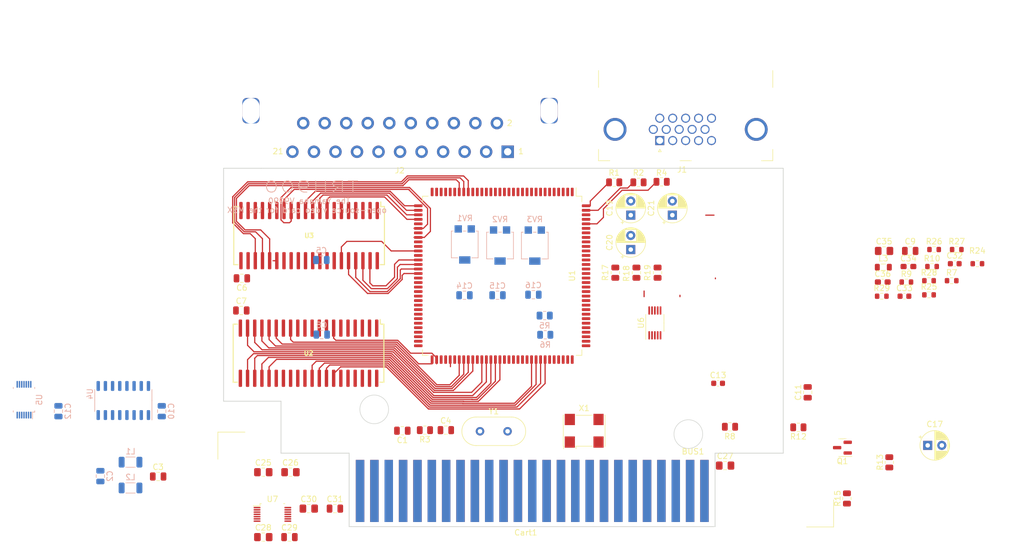
<source format=kicad_pcb>
(kicad_pcb (version 20211014) (generator pcbnew)
  (title_block (date "2022-08-08") (rev "0") (company "The Retro Hacker") (comment 2 "Shared under CERN-OHL-S license") (comment 3 "TRH9000 - Open Source MSX Graphics Card based on the Yamaha V9990") (comment 4 "Designed  by: Cristiano Goncalves"))
  (layers (0 "F.Cu" signal) (31 "B.Cu" signal) (34 "B.Paste" user) (35 "F.Paste" user) (36 "B.SilkS" user "B.Silkscreen") (37 "F.SilkS" user "F.Silkscreen") (38 "B.Mask" user) (39 "F.Mask" user) (44 "Edge.Cuts" user))
  (net 0 "")
  (net 1 "GND")
  (net 2 "+5VA")
  (net 3 "GNDA")
  (net 4 "+5V")
  (net 5 "Net-(C17-Pad1)")
  (net 6 "Net-(C17-Pad2)")
  (net 7 "Net-(C19-Pad1)")
  (net 8 "/VIDEO/ROUT")
  (net 9 "Net-(C20-Pad1)")
  (net 10 "/VIDEO/GOUT")
  (net 11 "Net-(C21-Pad1)")
  (net 12 "/VIDEO/BOUT")
  (net 18 "/~{CS1}")
  (net 19 "/~{CS12}")
  (net 21 "/~{WAIT}")
  (net 22 "/~{M1}")
  (net 23 "/~{RESET}")
  (net 24 "/A9")
  (net 25 "/A11")
  (net 26 "/A7")
  (net 27 "/A12")
  (net 28 "/A14")
  (net 29 "/A1")
  (net 30 "/A3")
  (net 31 "/A5")
  (net 32 "/D1")
  (net 33 "/D3")
  (net 34 "/D5")
  (net 35 "/D7")
  (net 36 "-12V")
  (net 37 "+12V")
  (net 38 "/SW2")
  (net 39 "/SW1")
  (net 40 "/D6")
  (net 41 "/D4")
  (net 42 "/D2")
  (net 43 "/D0")
  (net 44 "/A4")
  (net 45 "/A2")
  (net 46 "/A0")
  (net 47 "/A13")
  (net 48 "/A8")
  (net 49 "/A6")
  (net 50 "/A10")
  (net 51 "/A15")
  (net 52 "/~{IORQ}")
  (net 53 "/~{WR}")
  (net 55 "/~{RD}")
  (net 56 "/~{MERQ}")
  (net 57 "Net-(Q1-Pad1)")
  (net 58 "/VDP/~{CSYNC}")
  (net 59 "/VDP/R")
  (net 60 "/VDP/G")
  (net 61 "/VDP/B")
  (net 62 "/VDP/~{VDPW}")
  (net 63 "/VDP/~{VDPR}")
  (net 73 "/VDP/V0A8")
  (net 74 "/VDP/V0A7")
  (net 75 "/VDP/V0A6")
  (net 76 "/VDP/V0A5")
  (net 77 "/VDP/V0A4")
  (net 78 "/VDP/V0A3")
  (net 79 "/VDP/V0A2")
  (net 80 "/VDP/V0A1")
  (net 81 "/VDP/V0A0")
  (net 82 "/VDP/V0D7")
  (net 83 "/VDP/V0D6")
  (net 84 "/VDP/V0D5")
  (net 85 "/VDP/V0D4")
  (net 86 "/VDP/V0D3")
  (net 87 "/VDP/V0D2")
  (net 88 "/VDP/V0D1")
  (net 89 "/VDP/V0D0")
  (net 91 "/VDP/V0S7")
  (net 92 "/VDP/V0S6")
  (net 93 "/VDP/V0S5")
  (net 94 "/VDP/V0S4")
  (net 95 "/VDP/V0S3")
  (net 96 "/VDP/V0S2")
  (net 97 "/VDP/V0S1")
  (net 98 "/VDP/V0S0")
  (net 99 "/VDP/V1S7")
  (net 100 "/VDP/V1S6")
  (net 101 "/VDP/V1S5")
  (net 102 "/VDP/V1S4")
  (net 103 "/VDP/V1S3")
  (net 104 "/VDP/V1S2")
  (net 105 "/VDP/V1S1")
  (net 106 "/VDP/V1S0")
  (net 107 "unconnected-(U1-Pad69)")
  (net 109 "/VDP/V1A8")
  (net 110 "/VDP/V1A7")
  (net 111 "/VDP/V1A6")
  (net 112 "/VDP/V1A5")
  (net 113 "/VDP/V1A4")
  (net 114 "/VDP/V1A3")
  (net 115 "/VDP/V1A2")
  (net 116 "/VDP/V1A1")
  (net 117 "/VDP/V1A0")
  (net 118 "/VDP/V1D0")
  (net 119 "/VDP/V1D1")
  (net 120 "/VDP/V1D2")
  (net 121 "/VDP/V1D3")
  (net 122 "/VDP/V1D4")
  (net 123 "/VDP/V1D5")
  (net 124 "/VDP/V1D6")
  (net 125 "/VDP/V1D7")
  (net 137 "unconnected-(U3-Pad26)")
  (net 152 "/~{BUSDIR}")
  (net 153 "/~{CS2}")
  (net 154 "/~{SLTSL}")
  (net 155 "/~{RFSH}")
  (net 156 "/~{INT}")
  (net 157 "/VDP/X1")
  (net 158 "/VDP/X2")
  (net 159 "/VDP/VMREQ")
  (net 160 "/VDP/HRESET")
  (net 161 "/VDP/VRESET")
  (net 162 "/VDP/MCKIN")
  (net 163 "Net-(U4-Pad9)")
  (net 164 "/SYS_CLK")
  (net 165 "Net-(C9-Pad1)")
  (net 166 "GND1")
  (net 167 "/VIDEO/RO")
  (net 168 "/VIDEO/RIN")
  (net 169 "/VIDEO/GO")
  (net 170 "/VIDEO/GIN")
  (net 171 "/VIDEO/BO")
  (net 172 "/VIDEO/BIN")
  (net 173 "Net-(C32-Pad1)")
  (net 174 "/VIDEO/SYNCIN")
  (net 175 "Net-(J1-PadSH)")
  (net 179 "/VIDEO/+12V-1K")
  (net 182 "/VIDEO/2.5V")
  (net 184 "/SCIN")
  (net 185 "/VIDEO/CSYNCO")
  (net 186 "Net-(R24-Pad2)")
  (net 187 "/VIDEO/HSYNC")
  (net 188 "Net-(R25-Pad2)")
  (net 189 "/VIDEO/VSYNC")
  (net 190 "Net-(R26-Pad2)")
  (net 191 "/VDP/~{V0_RAS}")
  (net 192 "/VDP/~{V0_CAS}")
  (net 193 "/VDP/~{V0_WE}")
  (net 194 "/VDP/~{V0_TR}")
  (net 195 "/VDP/~{V0_SC}")
  (net 196 "/VDP/~{VO_SOE}")
  (net 197 "/VDP/~{V1_RAS}")
  (net 198 "/VDP/~{V1_CAS}")
  (net 199 "/VDP/~{V1_WE}")
  (net 200 "/VDP/~{V1_TR}")
  (net 201 "/VDP/~{V1_SC}")
  (net 202 "/VDP/~{V1_SOE}")
  (footprint "trh9000:Texas_R-PDSO-G14_3.6x4.4mm" (layer "F.Cu") (at 106.91 124.82)
    (fp_text reference "U7")
    (fp_text value "T.I_SN74AHCT32D")
  )
  (footprint "Capacitor_SMD:C_0603_1608Metric" (layer "F.Cu") (at 218.78 86.17)
    (fp_text reference "C33")
    (fp_text value "47pF")
  )
  (footprint "Capacitor_SMD:C_0603_1608Metric_Pad1.08x0.95mm_HandSolder" (layer "F.Cu") (at 219.49 80.91)
    (fp_text reference "C34")
    (fp_text value "C_CL10B104KB8NNNL")
  )
  (footprint "Capacitor_SMD:C_0603_1608Metric_Pad1.08x0.95mm_HandSolder" (layer "F.Cu") (at 214.94 83.66)
    (fp_text reference "C36")
    (fp_text value "C_CL10B104KB8NNNL")
  )
  (footprint "Resistor_SMD:R_0603_1608Metric" (layer "F.Cu") (at 224.03 77.9)
    (fp_text reference "R26")
    (fp_text value "100")
  )
  (footprint "Resistor_SMD:R_0805_2012Metric" (layer "F.Cu") (at 175.08 82 -90)
    (fp_text reference "R19")
    (fp_text value "75R")
  )
  (footprint "Package_SO:VSSOP-10_3x3mm_P0.5mm" (layer "F.Cu") (at 174.6 90.9 90)
    (fp_text reference "U6")
    (fp_text value "LMH1980")
  )
  (footprint "Capacitor_SMD:C_0603_1608Metric" (layer "F.Cu") (at 227.68 80.41)
    (fp_text reference "C32")
    (fp_text value "47pF")
  )
  (footprint "Capacitor_THT:CP_Radial_D5.0mm_P2.50mm" (layer "F.Cu") (at 170.334 77.905113 90)
    (fp_text reference "C20")
    (fp_text value "220uF")
  )
  (footprint "Resistor_SMD:R_0805_2012Metric" (layer "F.Cu") (at 171.7 66 180)
    (fp_text reference "R2")
    (fp_text value "4K7")
  )
  (footprint "Capacitor_SMD:C_0805_2012Metric_Pad1.18x1.45mm_HandSolder" (layer "F.Cu") (at 105.29 117.35)
    (fp_text reference "C25")
    (fp_text value "C_CL21B105KBFNNNF")
  )
  (footprint "Capacitor_SMD:C_0805_2012Metric" (layer "F.Cu") (at 86.678888 118.11)
    (fp_text reference "C3")
    (fp_text value "C_GRM21BR61A476ME15K")
  )
  (footprint "Capacitor_SMD:C_0805_2012Metric_Pad1.18x1.45mm_HandSolder" (layer "F.Cu") (at 110.1 117.35)
    (fp_text reference "C26")
    (fp_text value "C_CL21B105KBFNNNF")
  )
  (footprint "Capacitor_SMD:C_0805_2012Metric" (layer "F.Cu") (at 219.8 78.15)
    (fp_text reference "C9")
    (fp_text value "47pF")
  )
  (footprint "Capacitor_SMD:C_0805_2012Metric_Pad1.18x1.45mm_HandSolder" (layer "F.Cu") (at 113.34 123.8)
    (fp_text reference "C30")
    (fp_text value "C_CL21B105KBFNNNF")
  )
  (footprint "Resistor_SMD:R_0603_1608Metric" (layer "F.Cu") (at 228.04 77.9)
    (fp_text reference "R27")
    (fp_text value "100")
  )
  (footprint "Capacitor_SMD:C_0603_1608Metric" (layer "F.Cu") (at 185.794888 101.6)
    (fp_text reference "C13")
    (fp_text value "C_GRM188D71A106KA73D")
  )
  (footprint "LRJ:SCART-21_Female_Horizontal_P1.905x2.54mm_EdgePinOffset10.7mm" (layer "F.Cu") (at 129.5 44.8)
    (fp_text reference "J2")
    (fp_text value "Console5_SCART")
  )
  (footprint "Resistor_SMD:R_0805_2012Metric" (layer "F.Cu") (at 167.4 66 180)
    (fp_text reference "R1")
    (fp_text value "4K7")
  )
  (footprint "Capacitor_SMD:C_0805_2012Metric" (layer "F.Cu") (at 101.4 88.7)
    (fp_text reference "C7")
    (fp_text value "C_CC0805JPX7R9BB104")
  )
  (footprint "Capacitor_THT:CP_Radial_D5.0mm_P2.50mm" (layer "F.Cu") (at 170.334 71.809113 90)
    (fp_text reference "C19")
    (fp_text value "220uF")
  )
  (footprint "Inductor_SMD:L_0805_2012Metric" (layer "F.Cu") (at 215.04 81.03)
    (fp_text reference "L3")
    (fp_text value "L_MLZ2012M4R7HT000")
  )
  (footprint "Capacitor_SMD:C_0805_2012Metric" (layer "F.Cu") (at 129.9 110 180)
    (fp_text reference "C1")
    (fp_text value "27pF")
  )
  (footprint "Resistor_SMD:R_0603_1608Metric" (layer "F.Cu") (at 223.13 85.93)
    (fp_text reference "R25")
    (fp_text value "100")
  )
  (footprint "Resistor_SMD:R_0805_2012Metric" (layer "F.Cu") (at 171.34 82 -90)
    (fp_text reference "R18")
    (fp_text value "75R")
  )
  (footprint "LRJ:R_0603_1608Metric_roundcourt" (layer "F.Cu") (at 231.69 80.41)
    (fp_text reference "R24")
    (fp_text value "R_RC0603FR-0710KL")
  )
  (footprint "Crystal:Crystal_HC49-U_Vertical" (layer "F.Cu") (at 143.65 110.1)
    (fp_text reference "Y1")
    (fp_text value "21.47727Mhz")
  )
  (footprint "Capacitor_SMD:C_0805_2012Metric" (layer "F.Cu") (at 117.97 123.8)
    (fp_text reference "C31")
    (fp_text value "C_CC0805JPX7R9BB104")
  )
  (footprint "trh9000:msx_cartridge" (layer "F.Cu") (at 152.9 120.8)
    (fp_text reference "BUS1")
    (fp_text value "MSX_SLOT_EDGE-CON")
  )
  (footprint "Resistor_SMD:R_0805_2012Metric" (layer "F.Cu") (at 175.8 65.9 180)
    (fp_text reference "R4")
    (fp_text value "4K7")
  )
  (footprint "Resistor_SMD:R_0603_1608Metric" (layer "F.Cu") (at 227.14 83.42)
    (fp_text reference "R7")
    (fp_text value "R_ERJ-3GEYJ105V")
  )
  (footprint "trh9000:LQFP-128_28x28mm_P0.8mm" (layer "F.Cu") (at 147.574 82.55 -90)
    (fp_text reference "U1")
    (fp_text value "V9990")
  )
  (footprint "Resistor_SMD:R_0805_2012Metric" (layer "F.Cu") (at 216.1 115.6 90)
    (fp_text reference "R13")
    (fp_text value "100R")
  )
  (footprint "Resistor_SMD:R_0805_2012Metric" (layer "F.Cu") (at 187.9 109.3)
    (fp_text reference "R8")
    (fp_text value "2K2")
  )
  (footprint "Capacitor_SMD:C_0805_2012Metric_Pad1.18x1.45mm_HandSolder" (layer "F.Cu") (at 215.17 78.15)
    (fp_text reference "C35")
    (fp_text value "C_GRM21BR71A106KA73K")
  )
  (footprint "trh9000:SOJ-40_400mil" (layer "F.Cu") (at 113.3 96.266 -90)
    (fp_text reference "U2")
    (fp_text value "KM428C256")
  )
  (footprint "Capacitor_SMD:C_0805_2012Metric_Pad1.18x1.45mm_HandSolder" (layer "F.Cu") (at 187.035 116.178)
    (fp_text reference "C27")
    (fp_text value "C_CL21B105KBFNNNF")
  )
  (footprint "Capacitor_SMD:C_0805_2012Metric" (layer "F.Cu") (at 201.65 103.2 90)
    (fp_text reference "C11")
    (fp_text value "C_CC0805JPX7R9BB104")
  )
  (footprint "Resistor_SMD:R_0805_2012Metric" (layer "F.Cu") (at 200 109.4 180)
    (fp_text reference "R12")
    (fp_text value "1K")
  )
  (footprint "Package_TO_SOT_SMD:SOT-23" (layer "F.Cu") (at 207.8 113 180)
    (fp_text reference "Q1")
    (fp_text value "BC817")
  )
  (footprint "Oscillator:Oscillator_SMD_Abracon_ASV-4Pin_7.0x5.1mm" (layer "F.Cu") (at 162.09 110.01)
    (fp_text reference "X1")
    (fp_text value "Crystek_CE3291")
  )
  (footprint "Resistor_SMD:R_0805_2012Metric" (layer "F.Cu") (at 167.6 82 -90)
    (fp_text reference "R17")
    (fp_text value "75R")
  )
  (footprint "Resistor_SMD:R_0603_1608Metric" (layer "F.Cu") (at 219.12 83.66)
    (fp_text reference "R9")
    (fp_text value "75")
  )
  (footprint "trh9000:MSX-cart-dummy" (layer "F.Cu") (at 151.75 118.65)
    (fp_text reference "Cart1")
    (fp_text value "MSX-cartridge_dummy")
  )
  (footprint "Resistor_SMD:R_0805_2012Metric" (layer "F.Cu") (at 133.9 109.9 180)
    (fp_text reference "R3")
    (fp_text value "10M")
  )
  (footprint "Resistor_SMD:R_0603_1608Metric" (layer "F.Cu") (at 223.13 83.42)
    (fp_text reference "R28")
    (fp_text value "100")
  )
  (footprint "Resistor_SMD:R_0603_1608Metric" (layer "F.Cu") (at 214.77 86.17)
    (fp_text reference "R29")
    (fp_text value "1k")
  )
  (footprint "Capacitor_SMD:C_0805_2012Metric_Pad1.18x1.45mm_HandSolder" (layer "F.Cu") (at 105.29 128.85)
    (fp_text reference "C28")
    (fp_text value "C_CL21B105KBFNNNF")
  )
  (footprint "Resistor_SMD:R_0603_1608Metric" (layer "F.Cu") (at 223.67 80.91)
    (fp_text reference "R10")
    (fp_text value "100")
  )
  (footprint "trh9000:SOJ-40_400mil" (layer "F.Cu") (at 113.4 75.438 -90)
    (fp_text reference "U3")
    (fp_text value "KM428C256")
  )
  (footprint "Capacitor_SMD:C_0805_2012Metric" (layer "F.Cu") (at 109.92 128.85)
    (fp_text reference "C29")
    (fp_text value "C_CC0805JPX7R9BB104")
  )
  (footprint "LRJ:DSUB-Amphenol_L77HDE15SD1CH4RHNVGA" (layer "F.Cu") (at 180.05 51.05 180)
    (fp_text reference "J1")
    (fp_text value "RGB")
  )
  (footprint "Capacitor_THT:CP_Radial_D5.0mm_P2.50mm" (layer "F.Cu") (at 177.7 71.809113 90)
    (fp_text reference "C21")
    (fp_text value "220uF")
  )
  (footprint "Resistor_SMD:R_0805_2012Metric" (layer "F.Cu") (at 208.6 122 90)
    (fp_text reference "R15")
    (fp_text value "220R")
  )
  (footprint "Capacitor_SMD:C_0805_2012Metric" (layer "F.Cu") (at 101.5 83 180)
    (fp_text reference "C6")
    (fp_text value "10nF")
  )
  (footprint "Capacitor_SMD:C_0805_2012Metric" (layer "F.Cu") (at 137.6 109.9)
    (fp_text reference "C4")
    (fp_text value "27pF")
  )
  (footprint "Capacitor_THT:CP_Radial_D5.0mm_P2.50mm" (layer "F.Cu") (at 222.894888 112.6)
    (fp_text reference "C17")
    (fp_text value "220uF")
  )
  (footprint "trh9000:Texas_R-PDSO-G14_3.6x4.4mm" (layer "B.Cu") (at 62.935 104.507 90)
    (fp_text reference "U5")
    (fp_text value "T.I_SN74AHCT32D")
  )
  (footprint "Potentiometer_SMD:Potentiometer_Bourns_3314G_Vertical" (layer "B.Cu") (at 140.95 77 180)
    (fp_text reference "RV1")
    (fp_text value "500R")
  )
  (footprint "Potentiometer_SMD:Potentiometer_Bourns_3314G_Vertical" (layer "B.Cu") (at 147.2 77.19 180)
    (fp_text reference "RV2")
    (fp_text value "500R")
  )
  (footprint "Inductor_SMD:L_1206_3216Metric" (layer "B.Cu") (at 81.788 120.142 180)
    (fp_text reference "L2")
    (fp_text value "4.7uH")
  )
  (footprint "Potentiometer_SMD:Potentiometer_Bourns_3314G_Vertical" (layer "B.Cu") (at 153.35 77.2 180)
    (fp_text reference "RV3")
    (fp_text value "500R")
  )
  (footprint "Capacitor_SMD:C_0805_2012Metric" (layer "B.Cu") (at 115.636 92.964 180)
    (fp_text reference "C8")
    (fp_text value "10nF")
  )
  (footprint "Package_SO:SO-16_3.9x9.9mm_P1.27mm" (layer "B.Cu") (at 80.518 104.648 90)
    (fp_text reference "U4" hide)
    (fp_text value "74VHC138")
  )
  (footprint "Capacitor_SMD:C_0805_2012Metric" (layer "B.Cu") (at 87.319 106.539 90)
    (fp_text reference "C10")
    (fp_text value "C_CC0805JPX7R9BB104")
  )
  (footprint "Inductor_SMD:L_1206_3216Metric" (layer "B.Cu") (at 81.788 115.57 180)
    (fp_text reference "L1")
    (fp_text value "4.7uH")
  )
  (footprint "Resistor_SMD:R_0805_2012Metric" (layer "B.Cu") (at 155.2 93 180)
    (fp_text reference "R6")
    (fp_text value "4K7")
  )
  (footprint "Capacitor_SMD:C_0805_2012Metric" (layer "B.Cu") (at 115.57 79.756 180)
    (fp_text reference "C5")
    (fp_text value "C_CC0805JPX7R9BB104")
  )
  (footprint "Capacitor_SMD:C_0805_2012Metric" (layer "B.Cu") (at 76.454 118.044 90)
    (fp_text reference "C2")
    (fp_text value "100nF" hide)
  )
  (footprint "Capacitor_SMD:C_0805_2012Metric" (layer "B.Cu") (at 153.1 85.9 180)
    (fp_text reference "C16")
    (fp_text value "100nF")
  )
  (footprint "Capacitor_SMD:C_0805_2012Metric" (layer "B.Cu") (at 146.75 86 180)
    (fp_text reference "C15")
    (fp_text value "100nF")
  )
  (footprint "Capacitor_SMD:C_0805_2012Metric" (layer "B.Cu") (at 140.9 86 180)
    (fp_text reference "C14")
    (fp_text value "100nF")
  )
  (footprint "Resistor_SMD:R_0805_2012Metric" (layer "B.Cu") (at 155.1 89.6 180)
    (fp_text reference "R5")
    (fp_text value "4K7")
  )
  (footprint "Capacitor_SMD:C_0805_2012Metric" (layer "B.Cu") (at 69.031 106.539 90)
    (fp_text reference "C12")
    (fp_text value "C_CC0805JPX7R9BB104")
  )
  (gr_line (start 108.42625 104.775) (end 108.42625 113.9825) (layer "Edge.Cuts") (width 0.127))
  (gr_line (start 104.93375 63.5) (end 98.26625 63.5) (layer "Edge.Cuts") (width 0.127))
  (gr_line (start 197.32625 113.9825) (end 197.32625 63.5) (layer "Edge.Cuts") (width 0.127))
  (gr_line (start 98.26625 63.5) (end 98.26625 68.8975) (layer "Edge.Cuts") (width 0.127))
  (gr_line (start 120.49125 113.9825) (end 120.49125 127) (layer "Edge.Cuts") (width 0.127))
  (gr_line (start 98.26625 104.775) (end 108.42625 104.775) (layer "Edge.Cuts") (width 0.127))
  (gr_circle (center 124.92625 106.221) (end 127.46625 106.221) (layer "Edge.Cuts") (width 0.1) (fill none))
  (gr_line (start 120.49125 127) (end 120.80875 127) (layer "Edge.Cuts") (width 0.127))
  (gr_line (start 185.26125 127) (end 185.26125 113.9825) (layer "Edge.Cuts") (width 0.127))
  (gr_line (start 98.26625 68.8975) (end 98.26625 104.775) (layer "Edge.Cuts") (width 0.127))
  (gr_line (start 197.32625 63.5) (end 104.93375 63.5) (layer "Edge.Cuts") (width 0.127))
  (gr_line (start 108.42625 113.9825) (end 120.49125 113.9825) (layer "Edge.Cuts") (width 0.127))
  (gr_line (start 120.80875 127) (end 185.26125 127) (layer "Edge.Cuts") (width 0.127))
  (gr_line (start 185.26125 113.9825) (end 197.32625 113.9825) (layer "Edge.Cuts") (width 0.127))
  (gr_circle (center 180.52625 110.6) (end 183.06625 110.6) (layer "Edge.Cuts") (width 0.1) (fill none))
  (gr_text "TRH900" (at 113.792 66.802) (layer "B.SilkS") (effects (font (size 2 3)) (justify mirror)))
  (gr_text "The Yamaha V9990 \nopen-source video card for the MSX" (at 113.03 70.104) (layer "B.SilkS") (effects (font (size 1 1)) (justify mirror)))
  (segment (start 185.32 83.08) (end 185.32 82.9465) (width 0.21) (layer "F.Cu") (net 0))
  (segment (start 179.045 86.25) (end 179.045 86.000956) (width 0.21) (layer "F.Cu") (net 0))
  (segment (start 172.695 86.25) (end 172.695 85.251) (width 0.21) (layer "F.Cu") (net 0))
  (segment (start 183.606887 71.809113) (end 185.066 71.809113) (width 0.21) (layer "F.Cu") (net 3))
  (segment (start 166.4875 66) (end 163.174 69.3135) (width 0.21) (layer "F.Cu") (net 21))
  (segment (start 163.174 69.3135) (end 163.174 70.15) (width 0.21) (layer "F.Cu") (net 21))
  (segment (start 141.574 65.69) (end 141.574 66.95) (width 0.21) (layer "F.Cu") (net 79))
  (segment (start 99.871961 73.175123) (end 99.871962 68.556874) (width 0.21) (layer "F.Cu") (net 79))
  (segment (start 103.875 79.883) (end 103.875 75.978) (width 0.21) (layer "F.Cu") (net 79))
  (segment (start 140.746961 64.862961) (end 141.574 65.69) (width 0.21) (layer "F.Cu") (net 79))
  (segment (start 103.875 75.978) (end 102.988039 75.091039) (width 0.21) (layer "F.Cu") (net 79))
  (segment (start 99.871962 68.556874) (end 102.524992 65.903844) (width 0.21) (layer "F.Cu") (net 79))
  (segment (start 102.524992 65.903844) (end 129.745992 65.903844) (width 0.21) (layer "F.Cu") (net 79))
  (segment (start 129.745992 65.903844) (end 130.786875 64.862961) (width 0.21) (layer "F.Cu") (net 79))
  (segment (start 102.988039 75.091039) (end 101.787874 75.091038) (width 0.21) (layer "F.Cu") (net 79))
  (segment (start 101.787874 75.091038) (end 99.871961 73.175123) (width 0.21) (layer "F.Cu") (net 79))
  (segment (start 130.786875 64.862961) (end 140.746961 64.862961) (width 0.21) (layer "F.Cu") (net 79))
  (segment (start 105.145 75.978) (end 103.923519 74.756519) (width 0.21) (layer "F.Cu") (net 80))
  (segment (start 101.926437 74.756519) (end 101.066459 73.896541) (width 0.21) (layer "F.Cu") (net 80))
  (segment (start 140.127481 65.197481) (end 140.774 65.844) (width 0.21) (layer "F.Cu") (net 80))
  (segment (start 103.923519 74.756519) (end 101.926437 74.756519) (width 0.21) (layer "F.Cu") (net 80))
  (segment (start 100.20648 73.036562) (end 100.206481 68.695437) (width 0.21) (layer "F.Cu") (net 80))
  (segment (start 130.925437 65.197481) (end 140.127481 65.197481) (width 0.21) (layer "F.Cu") (net 80))
  (segment (start 100.206481 68.695437) (end 102.663554 66.238364) (width 0.21) (layer "F.Cu") (net 80))
  (segment (start 101.066459 73.896541) (end 100.20648 73.036562) (width 0.21) (layer "F.Cu") (net 80))
  (segment (start 105.145 79.883) (end 105.145 75.978) (width 0.21) (layer "F.Cu") (net 80))
  (segment (start 129.884554 66.238364) (end 130.925437 65.197481) (width 0.21) (layer "F.Cu") (net 80))
  (segment (start 140.774 65.844) (end 140.774 66.95) (width 0.21) (layer "F.Cu") (net 80))
  (segment (start 102.663554 66.238364) (end 129.884554 66.238364) (width 0.21) (layer "F.Cu") (net 80))
  (segment (start 101.066459 73.896541) (end 100.829918 73.66) (width 0.21) (layer "F.Cu") (net 80))
  (segment (start 102.802116 66.572884) (end 130.023116 66.572884) (width 0.21) (layer "F.Cu") (net 81))
  (segment (start 131.064 65.532) (end 139.446 65.532) (width 0.21) (layer "F.Cu") (net 81))
  (segment (start 100.541 68.834) (end 102.802116 66.572884) (width 0.21) (layer "F.Cu") (net 81))
  (segment (start 106.415 79.883) (end 106.415 76.012918) (width 0.21) (layer "F.Cu") (net 81))
  (segment (start 104.824082 74.422) (end 102.065 74.422) (width 0.21) (layer "F.Cu") (net 81))
  (segment (start 130.023116 66.572884) (end 131.064 65.532) (width 0.21) (layer "F.Cu") (net 81))
  (segment (start 106.415 76.012918) (end 104.824082 74.422) (width 0.21) (layer "F.Cu") (net 81))
  (segment (start 102.065 74.422) (end 100.541 72.898) (width 0.21) (layer "F.Cu") (net 81))
  (segment (start 139.446 65.532) (end 139.974 66.06) (width 0.21) (layer "F.Cu") (net 81))
  (segment (start 139.974 66.06) (end 139.974 66.95) (width 0.21) (layer "F.Cu") (net 81))
  (segment (start 100.541 72.898) (end 100.541 68.834) (width 0.21) (layer "F.Cu") (net 81))
  (segment (start 112.765 70.993) (end 112.765 69.31) (width 0.21) (layer "F.Cu") (net 86))
  (segment (start 130.313082 70.15) (end 131.974 70.15) (width 0.21) (layer "F.Cu") (net 86))
  (segment (start 112.765 69.31) (end 114.498558 67.576442) (width 0.21) (layer "F.Cu") (net 86))
  (segment (start 127.739525 67.576443) (end 130.313082 70.15) (width 0.21) (layer "F.Cu") (net 86))
  (segment (start 114.498558 67.576442) (end 127.739525 67.576443) (width 0.21) (layer "F.Cu") (net 86))
  (segment (start 115.434038 67.910962) (end 127.600962 67.910962) (width 0.21) (layer "F.Cu") (net 87))
  (segment (start 130.64 70.95) (end 131.974 70.95) (width 0.21) (layer "F.Cu") (net 87))
  (segment (start 114.035 70.993) (end 114.035 69.31) (width 0.21) (layer "F.Cu") (net 87))
  (segment (start 127.600962 67.910962) (end 130.64 70.95) (width 0.21) (layer "F.Cu") (net 87))
  (segment (start 114.035 69.31) (end 115.434038 67.910962) (width 0.21) (layer "F.Cu") (net 87))
  (segment (start 115.861519 68.245481) (end 127.173481 68.245481) (width 0.21) (layer "F.Cu") (net 88))
  (segment (start 130.678 71.75) (end 131.974 71.75) (width 0.21) (layer "F.Cu") (net 88))
  (segment (start 127.173481 68.245481) (end 130.678 71.75) (width 0.21) (layer "F.Cu") (net 88))
  (segment (start 115.305 70.993) (end 115.305 68.802) (width 0.21) (layer "F.Cu") (net 88))
  (segment (start 115.305 68.802) (end 115.861519 68.245481) (width 0.21) (layer "F.Cu") (net 88))
  (segment (start 116.575 70.993) (end 116.575 69.056) (width 0.21) (layer "F.Cu") (net 89))
  (segment (start 126.746 68.58) (end 130.716 72.55) (width 0.21) (layer "F.Cu") (net 89))
  (segment (start 130.716 72.55) (end 131.974 72.55) (width 0.21) (layer "F.Cu") (net 89))
  (segment (start 117.051 68.58) (end 126.746 68.58) (width 0.21) (layer "F.Cu") (net 89))
  (segment (start 116.575 69.056) (end 117.051 68.58) (width 0.21) (layer "F.Cu") (net 89))
  (segment (start 124.671 84.328) (end 127 84.328) (width 0.21) (layer "F.Cu") (net 91))
  (segment (start 124.163 80.705722) (end 124.163 83.82) (width 0.21) (layer "F.Cu") (net 91))
  (segment (start 124.195 80.673722) (end 124.163 80.705722) (width 0.21) (layer "F.Cu") (net 91))
  (segment (start 124.163 83.82) (end 124.671 84.328) (width 0.21) (layer "F.Cu") (net 91))
  (segment (start 127 84.328) (end 128.524 82.804) (width 0.21) (layer "F.Cu") (net 91))
  (segment (start 124.195 79.883) (end 124.195 80.673722) (width 0.21) (layer "F.Cu") (net 91))
  (segment (start 128.524 82.804) (end 128.524 80.518) (width 0.21) (layer "F.Cu") (net 91))
  (segment (start 128.524 80.518) (end 129.292 79.75) (width 0.21) (layer "F.Cu") (net 91))
  (segment (start 129.292 79.75) (end 131.974 79.75) (width 0.21) (layer "F.Cu") (net 91))
  (segment (start 127.254 84.836) (end 129.032 83.058) (width 0.21) (layer "F.Cu") (net 92))
  (segment (start 129.032 83.058) (end 129.032 81.026) (width 0.21) (layer "F.Cu") (net 92))
  (segment (start 122.925 79.883) (end 122.925 83.344) (width 0.21) (layer "F.Cu") (net 92))
  (segment (start 122.925 83.344) (end 124.417 84.836) (width 0.21) (layer "F.Cu") (net 92))
  (segment (start 129.508 80.55) (end 131.974 80.55) (width 0.21) (layer "F.Cu") (net 92))
  (segment (start 124.417 84.836) (end 127.254 84.836) (width 0.21) (layer "F.Cu") (net 92))
  (segment (start 129.032 81.026) (end 129.508 80.55) (width 0.21) (layer "F.Cu") (net 92))
  (segment (start 121.655 82.836) (end 124.163 85.344) (width 0.21) (layer "F.Cu") (net 93))
  (segment (start 127.254 85.344) (end 129.54 83.058) (width 0.21) (layer "F.Cu") (net 93))
  (segment (start 124.163 85.344) (end 127.254 85.344) (width 0.21) (layer "F.Cu") (net 93))
  (segment (start 129.724 81.35) (end 131.974 81.35) (width 0.21) (layer "F.Cu") (net 93))
  (segment (start 121.655 79.883) (end 121.655 82.836) (width 0.21) (layer "F.Cu") (net 93))
  (segment (start 129.54 81.534) (end 129.724 81.35) (width 0.21) (layer "F.Cu") (net 93))
  (segment (start 129.54 83.058) (end 129.54 81.534) (width 0.21) (layer "F.Cu") (net 93))
  (segment (start 130.194 82.15) (end 131.974 82.15) (width 0.21) (layer "F.Cu") (net 94))
  (segment (start 127.392563 85.678519) (end 129.87452 83.196562) (width 0.21) (layer "F.Cu") (net 94))
  (segment (start 129.87452 83.196562) (end 129.87452 82.46948) (width 0.21) (layer "F.Cu") (net 94))
  (segment (start 120.385 82.328) (end 123.73552 85.67852) (width 0.21) (layer "F.Cu") (net 94))
  (segment (start 129.87452 82.46948) (end 130.194 82.15) (width 0.21) (layer "F.Cu") (net 94))
  (segment (start 123.73552 85.67852) (end 127.392563 85.678519) (width 0.21) (layer "F.Cu") (net 94))
  (segment (start 120.385 79.883) (end 120.385 82.328) (width 0.21) (layer "F.Cu") (net 94))
  (segment (start 138.419 98.033) (end 138.419 98.658) (width 0.21) (layer "F.Cu") (net 107))
  (segment (start 138.303 101.854) (end 139.974 100.183) (width 0.21) (layer "F.Cu") (net 109))
  (segment (start 107.585 91.821) (end 107.585 93.599) (width 0.21) (layer "F.Cu") (net 109))
  (segment (start 107.585 93.599) (end 108.63504 94.64904) (width 0.21) (layer "F.Cu") (net 109))
  (segment (start 136.014082 101.854) (end 138.303 101.854) (width 0.21) (layer "F.Cu") (net 109))
  (segment (start 108.63504 94.64904) (end 128.8 94.649041) (width 0.21) (layer "F.Cu") (net 109))
  (segment (start 139.974 100.183) (end 139.974 98.15) (width 0.21) (layer "F.Cu") (net 109))
  (segment (start 128.809122 94.64904) (end 128.880041 94.719959) (width 0.21) (layer "F.Cu") (net 109))
  (segment (start 128.880041 94.719959) (end 136.014082 101.854) (width 0.21) (layer "F.Cu") (net 109))
  (segment (start 128.683 94.996) (end 135.87552 102.18852) (width 0.21) (layer "F.Cu") (net 110))
  (segment (start 106.315 93.853) (end 107.458 94.996) (width 0.21) (layer "F.Cu") (net 110))
  (segment (start 138.568562 102.18852) (end 140.774 99.983082) (width 0.21) (layer "F.Cu") (net 110))
  (segment (start 107.458 94.996) (end 128.683 94.996) (width 0.21) (layer "F.Cu") (net 110))
  (segment (start 140.774 99.983082) (end 140.774 98.15) (width 0.21) (layer "F.Cu") (net 110))
  (segment (start 106.315 91.821) (end 106.315 93.853) (width 0.21) (layer "F.Cu") (net 110))
  (segment (start 135.87552 102.18852) (end 138.568562 102.18852) (width 0.21) (layer "F.Cu") (net 110))
  (segment (start 135.70204 102.52304) (end 138.707124 102.52304) (width 0.21) (layer "F.Cu") (net 111))
  (segment (start 106.26852 95.33052) (end 128.50952 95.33052) (width 0.21) (layer "F.Cu") (net 111))
  (segment (start 105.045 94.107) (end 106.26852 95.33052) (width 0.21) (layer "F.Cu") (net 111))
  (segment (start 138.707124 102.52304) (end 141.574 99.656164) (width 0.21) (layer "F.Cu") (net 111))
  (segment (start 141.574 99.656164) (end 141.574 98.15) (width 0.21) (layer "F.Cu") (net 111))
  (segment (start 128.50952 95.33052) (end 135.70204 102.52304) (width 0.21) (layer "F.Cu") (net 111))
  (segment (start 105.045 91.821) (end 105.045 94.107) (width 0.21) (layer "F.Cu") (net 111))
  (segment (start 103.775 94.361) (end 105.07904 95.66504) (width 0.21) (layer "F.Cu") (net 112))
  (segment (start 138.938 102.87) (end 142.374 99.434) (width 0.21) (layer "F.Cu") (net 112))
  (segment (start 103.775 91.821) (end 103.775 94.361) (width 0.21) (layer "F.Cu") (net 112))
  (segment (start 128.370958 95.66504) (end 135.575918 102.87) (width 0.21) (layer "F.Cu") (net 112))
  (segment (start 135.575918 102.87) (end 138.938 102.87) (width 0.21) (layer "F.Cu") (net 112))
  (segment (start 105.07904 95.66504) (end 128.370958 95.66504) (width 0.21) (layer "F.Cu") (net 112))
  (segment (start 142.374 99.434) (end 142.374 98.15) (width 0.21) (layer "F.Cu") (net 112))
  (segment (start 102.505 91.821) (end 102.505 94.869) (width 0.21) (layer "F.Cu") (net 113))
  (segment (start 135.437356 103.20452) (end 142.15948 103.20452) (width 0.21) (layer "F.Cu") (net 113))
  (segment (start 102.505 94.869) (end 103.648 96.012) (width 0.21) (layer "F.Cu") (net 113))
  (segment (start 103.648 96.012) (end 128.244836 96.012) (width 0.21) (layer "F.Cu") (net 113))
  (segment (start 143.974 101.39) (end 143.974 98.15) (width 0.21) (layer "F.Cu") (net 113))
  (segment (start 142.15948 103.20452) (end 143.974 101.39) (width 0.21) (layer "F.Cu") (net 113))
  (segment (start 128.244836 96.012) (end 135.437356 103.20452) (width 0.21) (layer "F.Cu") (net 113))
  (segment (start 135.470517 103.780599) (end 142.345401 103.780599) (width 0.21) (layer "F.Cu") (net 114))
  (segment (start 144.774 101.352) (end 144.774 98.15) (width 0.21) (layer "F.Cu") (net 114))
  (segment (start 142.345401 103.780599) (end 144.774 101.352) (width 0.21) (layer "F.Cu") (net 114))
  (segment (start 103.56748 96.34652) (end 128.036439 96.346521) (width 0.21) (layer "F.Cu") (net 114))
  (segment (start 102.505 97.409) (end 103.56748 96.34652) (width 0.21) (layer "F.Cu") (net 114))
  (segment (start 128.036439 96.346521) (end 135.470517 103.780599) (width 0.21) (layer "F.Cu") (net 114))
  (segment (start 102.505 100.711) (end 102.505 97.409) (width 0.21) (layer "F.Cu") (net 114))
  (segment (start 127.897876 96.68104) (end 135.331954 104.115118) (width 0.21) (layer "F.Cu") (net 115))
  (segment (start 103.775 100.711) (end 103.775 97.155) (width 0.21) (layer "F.Cu") (net 115))
  (segment (start 104.24896 96.68104) (end 127.897876 96.68104) (width 0.21) (layer "F.Cu") (net 115))
  (segment (start 135.331954 104.115118) (end 142.977118 104.115118) (width 0.21) (layer "F.Cu") (net 115))
  (segment (start 145.574 101.568) (end 145.574 98.15) (width 0.21) (layer "F.Cu") (net 115))
  (segment (start 142.977118 104.115118) (end 143.002 104.14) (width 0.21) (layer "F.Cu") (net 115))
  (segment (start 143.002 104.14) (end 145.574 101.568) (width 0.21) (layer "F.Cu") (net 115))
  (segment (start 103.775 97.155) (end 104.24896 96.68104) (width 0.21) (layer "F.Cu") (net 115))
  (segment (start 106.20044 97.01556) (end 127.759314 97.01556) (width 0.21) (layer "F.Cu") (net 116))
  (segment (start 135.193392 104.449638) (end 142.24 104.449638) (width 0.21) (layer "F.Cu") (net 116))
  (segment (start 142.24 104.449638) (end 142.264881 104.474519) (width 0.21) (layer "F.Cu") (net 116))
  (segment (start 146.374 101.241082) (end 146.374 98.15) (width 0.21) (layer "F.Cu") (net 116))
  (segment (start 142.264881 104.474519) (end 143.140563 104.474519) (width 0.21) (layer "F.Cu") (net 116))
  (segment (start 105.045 100.711) (end 105.045 98.171) (width 0.21) (layer "F.Cu") (net 116))
  (segment (start 105.045 98.171) (end 106.20044 97.01556) (width 0.21) (layer "F.Cu") (net 116))
  (segment (start 127.759314 97.01556) (end 135.193392 104.449638) (width 0.21) (layer "F.Cu") (net 116))
  (segment (start 143.140563 104.474519) (end 146.374 101.241082) (width 0.21) (layer "F.Cu") (net 116))
  (segment (start 127.620752 97.35008) (end 135.05483 104.784158) (width 0.21) (layer "F.Cu") (net 117))
  (segment (start 107.64392 97.35008) (end 127.620752 97.35008) (width 0.21) (layer "F.Cu") (net 117))
  (segment (start 106.315 98.679) (end 107.64392 97.35008) (width 0.21) (layer "F.Cu") (net 117))
  (segment (start 106.315 100.711) (end 106.315 98.679) (width 0.21) (layer "F.Cu") (net 117))
  (segment (start 147.174 100.984) (end 147.174 98.15) (width 0.21) (layer "F.Cu") (net 117))
  (segment (start 135.05483 104.784158) (end 140.716 104.784158) (width 0.21) (layer "F.Cu") (net 117))
  (segment (start 143.348962 104.809038) (end 147.174 100.984) (width 0.21) (layer "F.Cu") (net 117))
  (segment (start 140.716 104.784158) (end 140.74088 104.809038) (width 0.21) (layer "F.Cu") (net 117))
  (segment (start 140.74088 104.809038) (end 143.348962 104.809038) (width 0.21) (layer "F.Cu") (net 117))
  (segment (start 140.602318 105.143558) (end 149.756442 105.143558) (width 0.21) (layer "F.Cu") (net 122))
  (segment (start 127.48219 97.6846) (end 134.916268 105.118678) (width 0.21) (layer "F.Cu") (net 122))
  (segment (start 140.577438 105.118678) (end 140.602318 105.143558) (width 0.21) (layer "F.Cu") (net 122))
  (segment (start 113.935 98.425) (end 114.6754 97.6846) (width 0.21) (layer "F.Cu") (net 122))
  (segment (start 134.916268 105.118678) (end 140.577438 105.118678) (width 0.21) (layer "F.Cu") (net 122))
  (segment (start 152.774 102.126) (end 152.774 98.15) (width 0.21) (layer "F.Cu") (net 122))
  (segment (start 113.935 100.711) (end 113.935 98.425) (width 0.21) (layer "F.Cu") (net 122))
  (segment (start 114.6754 97.6846) (end 127.48219 97.6846) (width 0.21) (layer "F.Cu") (net 122))
  (segment (start 149.756442 105.143558) (end 152.774 102.126) (width 0.21) (layer "F.Cu") (net 122))
  (segment (start 127.343628 98.01912) (end 134.802585 105.478077) (width 0.21) (layer "F.Cu") (net 123))
  (segment (start 115.205 98.933) (end 116.11888 98.01912) (width 0.21) (layer "F.Cu") (net 123))
  (segment (start 134.802585 105.478077) (end 149.895005 105.478077) (width 0.21) (layer "F.Cu") (net 123))
  (segment (start 153.574 101.799082) (end 153.574 98.15) (width 0.21) (layer "F.Cu") (net 123))
  (segment (start 149.895005 105.478077) (end 153.574 101.799082) (width 0.21) (layer "F.Cu") (net 123))
  (segment (start 116.11888 98.01912) (end 127.343628 98.01912) (width 0.21) (layer "F.Cu") (net 123))
  (segment (start 115.205 100.711) (end 115.205 98.933) (width 0.21) (layer "F.Cu") (net 123))
  (segment (start 116.475 98.933) (end 117.05436 98.35364) (width 0.21) (layer "F.Cu") (net 124))
  (segment (start 116.475 100.711) (end 116.475 98.933) (width 0.21) (layer "F.Cu") (net 124))
  (segment (start 117.05436 98.35364) (end 127.205066 98.35364) (width 0.21) (layer "F.Cu") (net 124))
  (segment (start 127.205066 98.35364) (end 134.664024 105.812596) (width 0.21) (layer "F.Cu") (net 124))
  (segment (start 154.374 101.626) (end 154.374 98.15) (width 0.21) (layer "F.Cu") (net 124))
  (segment (start 134.664024 105.812596) (end 150.187404 105.812596) (width 0.21) (layer "F.Cu") (net 124))
  (segment (start 150.187404 105.812596) (end 154.374 101.626) (width 0.21) (layer "F.Cu") (net 124))
  (segment (start 117.745 100.711) (end 117.745 99.920278) (width 0.21) (layer "F.Cu") (net 125))
  (segment (start 155.174 101.626) (end 155.174 98.15) (width 0.21) (layer "F.Cu") (net 125))
  (segment (start 134.525462 106.147116) (end 150.652884 106.147116) (width 0.21) (layer "F.Cu") (net 125))
  (segment (start 127.066504 98.68816) (end 134.525462 106.147116) (width 0.21) (layer "F.Cu") (net 125))
  (segment (start 118.977118 98.68816) (end 127.066504 98.68816) (width 0.21) (layer "F.Cu") (net 125))
  (segment (start 117.745 99.920278) (end 118.977118 98.68816) (width 0.21) (layer "F.Cu") (net 125))
  (segment (start 150.652884 106.147116) (end 155.174 101.626) (width 0.21) (layer "F.Cu") (net 125))
  (segment (start 107.685 79.883) (end 107.018 79.883) (width 0.21) (layer "F.Cu") (net 137))
  (segment (start 170.7875 66) (end 169.78298 67.00452) (width 0.21) (layer "F.Cu") (net 156))
  (segment (start 164.55 70.95) (end 163.174 70.95) (width 0.21) (layer "F.Cu") (net 156))
  (segment (start 168.49548 67.00452) (end 164.55 70.95) (width 0.21) (layer "F.Cu") (net 156))
  (segment (start 169.78298 67.00452) (end 168.49548 67.00452) (width 0.21) (layer "F.Cu") (net 156))
  (segment (start 164.35 73.35) (end 163.174 73.35) (width 0.21) (layer "F.Cu") (net 159))
  (segment (start 165.5 72.2) (end 164.35 73.35) (width 0.21) (layer "F.Cu") (net 159))
  (segment (start 174.8875 65.9) (end 173.3875 67.4) (width 0.21) (layer "F.Cu") (net 159))
  (segment (start 168.8 67.4) (end 165.5 70.7) (width 0.21) (layer "F.Cu") (net 159))
  (segment (start 165.5 70.7) (end 165.5 72.2) (width 0.21) (layer "F.Cu") (net 159))
  (segment (start 173.3875 67.4) (end 168.8 67.4) (width 0.21) (layer "F.Cu") (net 159))
  (segment (start 108.955 70.993) (end 108.955 69.056) (width 0.21) (layer "F.Cu") (net 191))
  (segment (start 110.769077 67.241923) (end 131.030841 67.241923) (width 0.21) (layer "F.Cu") (net 191))
  (segment (start 131.144459 67.355541) (end 131.030841 67.241923) (width 0.21) (layer "F.Cu") (net 191))
  (segment (start 133.622 74.15) (end 131.974 74.15) (width 0.21) (layer "F.Cu") (net 191))
  (segment (start 108.955 69.056) (end 110.769077 67.241923) (width 0.21) (layer "F.Cu") (net 191))
  (segment (start 134.366 70.612) (end 134.366 73.406) (width 0.21) (layer "F.Cu") (net 191))
  (segment (start 134.366 73.406) (end 133.622 74.15) (width 0.21) (layer "F.Cu") (net 191))
  (segment (start 130.995923 67.241923) (end 134.366 70.612) (width 0.21) (layer "F.Cu") (net 191))
  (segment (start 110.225 70.993) (end 110.225 72.866) (width 0.21) (layer "F.Cu") (net 193))
  (segment (start 133.8 75.75) (end 131.974 75.75) (width 0.21) (layer "F.Cu") (net 193))
  (segment (start 110.214596 66.907404) (end 131.169404 66.907404) (width 0.21) (layer "F.Cu") (net 193))
  (segment (start 108.923 73.152) (end 108.42548 72.65448) (width 0.21) (layer "F.Cu") (net 193))
  (segment (start 134.874 74.676) (end 133.8 75.75) (width 0.21) (layer "F.Cu") (net 193))
  (segment (start 109.939 73.152) (end 108.923 73.152) (width 0.21) (layer "F.Cu") (net 193))
  (segment (start 134.874 70.612) (end 134.874 74.676) (width 0.21) (layer "F.Cu") (net 193))
  (segment (start 110.225 72.866) (end 109.939 73.152) (width 0.21) (layer "F.Cu") (net 193))
  (segment (start 131.169404 66.907404) (end 134.874 70.612) (width 0.21) (layer "F.Cu") (net 193))
  (segment (start 108.42548 68.69652) (end 110.214596 66.907404) (width 0.21) (layer "F.Cu") (net 193))
  (segment (start 108.42548 72.65448) (end 108.42548 68.69652) (width 0.21) (layer "F.Cu") (net 193))
  (segment (start 119.115 77.438) (end 120.099 76.454) (width 0.21) (layer "F.Cu") (net 196))
  (segment (start 126.238 76.454) (end 127.934 78.15) (width 0.21) (layer "F.Cu") (net 196))
  (segment (start 127.934 78.15) (end 131.974 78.15) (width 0.21) (layer "F.Cu") (net 196))
  (segment (start 120.099 76.454) (end 126.238 76.454) (width 0.21) (layer "F.Cu") (net 196))
  (segment (start 119.115 79.883) (end 119.115 77.438) (width 0.21) (layer "F.Cu") (net 196))
  (segment (start 132.783164 98.15) (end 135.174 98.15) (width 0.21) (layer "F.Cu") (net 199))
  (segment (start 110.125 91.821) (end 110.125 93.853) (width 0.21) (layer "F.Cu") (net 199))
  (segment (start 128.947685 94.314521) (end 132.783164 98.15) (width 0.21) (layer "F.Cu") (net 199))
  (segment (start 110.125 93.853) (end 110.58652 94.31452) (width 0.21) (layer "F.Cu") (net 199))
  (segment (start 110.58652 94.31452) (end 128.947685 94.314521) (width 0.21) (layer "F.Cu") (net 199))
  (segment (start 135.128 96.266) (end 135.974 97.112) (width 0.21) (layer "F.Cu") (net 200))
  (segment (start 117.745 91.821) (end 117.745 93.599) (width 0.21) (layer "F.Cu") (net 200))
  (segment (start 129.086246 93.98) (end 131.372246 96.266) (width 0.21) (layer "F.Cu") (net 200))
  (segment (start 117.745 93.599) (end 118.126 93.98) (width 0.21) (layer "F.Cu") (net 200))
  (segment (start 118.126 93.98) (end 129.086246 93.98) (width 0.21) (layer "F.Cu") (net 200))
  (segment (start 131.372246 96.266) (end 135.128 96.266) (width 0.21) (layer "F.Cu") (net 200))
  (segment (start 135.974 97.112) (end 135.974 98.15) (width 0.21) (layer "F.Cu") (net 200))
)
</source>
